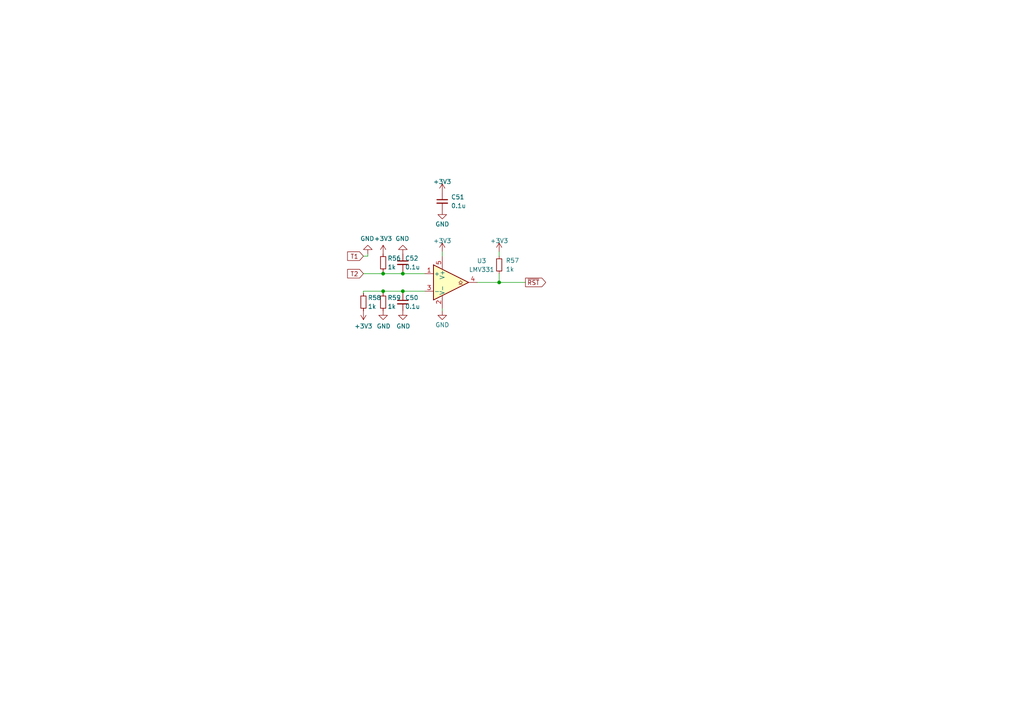
<source format=kicad_sch>
(kicad_sch (version 20231120) (generator "eeschema") (generator_version "8.0")
  (paper "A4")
  (lib_symbols
    (symbol "Comparator:LMV331" (pin_names (offset 0.127))
      (property "Reference" "U" (at 1.27 5.08 0))
      (property "Value" "LMV331" (at 3.81 -5.08 0))
      (symbol "LMV331_0_1"
        (polyline (pts (xy -5.08 5.08) (xy 5.08 0) (xy -5.08 -5.08) (xy -5.08 5.08)) (stroke (width 0.254)) (fill (type background)))
        (polyline (pts (xy 3.302 -0.508) (xy 2.794 -0.508) (xy 3.302 0) (xy 2.794 0.508) (xy 2.286 0) (xy 2.794 -0.508) (xy 2.286 -0.508)) (stroke (width 0.127)))
      )
      (symbol "LMV331_1_1"
        (pin input line (at -7.62 2.54 0) (length 2.54) (name "+") (number "1"))
        (pin power_in line (at -2.54 -7.62 90) (length 3.81) (name "V-") (number "2"))
        (pin input line (at -7.62 -2.54 0) (length 2.54) (name "-") (number "3"))
        (pin open_collector line (at 7.62 0 180) (length 2.54) (name "~") (number "4"))
        (pin power_in line (at -2.54 7.62 270) (length 3.81) (name "V+") (number "5"))
      )
    )
    (symbol "Device:C_Small" (pin_numbers hide) (pin_names (offset 0.254) hide)
      (property "Reference" "C" (at 0.254 1.778 0))
      (property "Value" "C_Small" (at 0.254 -2.032 0))
      (symbol "C_Small_0_1"
        (polyline (pts (xy -1.524 -0.508) (xy 1.524 -0.508)) (stroke (width 0.3302)))
        (polyline (pts (xy -1.524 0.508) (xy 1.524 0.508)) (stroke (width 0.3048)))
      )
      (symbol "C_Small_1_1"
        (pin passive line (at 0 2.54 270) (length 2.032) (name "~") (number "1"))
        (pin passive line (at 0 -2.54 90) (length 2.032) (name "~") (number "2"))
      )
    )
    (symbol "Device:R_Small" (pin_numbers hide) (pin_names (offset 0.254) hide)
      (property "Reference" "R" (at 0.762 0.508 0))
      (property "Value" "R_Small" (at 0.762 -1.016 0))
      (symbol "R_Small_0_1"
        (rectangle (start -0.762 1.778) (end 0.762 -1.778) (stroke (width 0.2032)))
      )
      (symbol "R_Small_1_1"
        (pin passive line (at 0 2.54 270) (length 0.762) (name "~") (number "1"))
        (pin passive line (at 0 -2.54 90) (length 0.762) (name "~") (number "2"))
      )
    )
    (symbol "power:+3.3V" (power) (pin_names (offset 0))
      (property "Value" "+3.3V" (at 0 3.556 0))
      (symbol "+3.3V_0_1"
        (polyline (pts (xy -0.762 1.27) (xy 0 2.54)))
        (polyline (pts (xy 0 0) (xy 0 2.54)))
        (polyline (pts (xy 0 2.54) (xy 0.762 1.27)))
      )
      (symbol "+3.3V_1_1"
        (pin power_in line (at 0 0 90) (length 0) hide (name "+3V3") (number "1"))
      )
    )
    (symbol "power:GND" (power) (pin_names (offset 0))
      (property "Value" "GND" (at 0 -3.81 0))
      (symbol "GND_0_1"
        (polyline (pts (xy 0 0) (xy 0 -1.27) (xy 1.27 -1.27) (xy 0 -2.54) (xy -1.27 -1.27) (xy 0 -1.27)))
      )
      (symbol "GND_1_1"
        (pin power_in line (at 0 0 270) (length 0) hide (name "GND") (number "1"))
      )
    )
  )
  (junction (at 111.125 84.455))
  (junction (at 116.84 84.455))
  (junction (at 111.125 79.375))
  (junction (at 116.84 79.375))
  (junction (at 144.78 81.915))
  (wire (pts (xy 111.125 84.455) (xy 116.84 84.455)))
  (wire (pts (xy 111.125 84.455) (xy 111.125 85.09)))
  (wire (pts (xy 138.43 81.915) (xy 144.78 81.915)))
  (wire (pts (xy 105.41 79.375) (xy 111.125 79.375)))
  (wire (pts (xy 128.27 90.17) (xy 128.27 89.535)))
  (wire (pts (xy 111.125 78.74) (xy 111.125 79.375)))
  (wire (pts (xy 116.84 84.455) (xy 123.19 84.455)))
  (wire (pts (xy 105.41 84.455) (xy 105.41 85.09)))
  (wire (pts (xy 128.27 73.025) (xy 128.27 74.295)))
  (wire (pts (xy 116.84 79.375) (xy 116.84 78.74)))
  (wire (pts (xy 105.41 84.455) (xy 111.125 84.455)))
  (wire (pts (xy 116.84 85.09) (xy 116.84 84.455)))
  (wire (pts (xy 123.19 79.375) (xy 116.84 79.375)))
  (wire (pts (xy 106.68 74.295) (xy 106.68 73.66)))
  (wire (pts (xy 105.41 74.295) (xy 106.68 74.295)))
  (wire (pts (xy 144.78 81.915) (xy 152.4 81.915)))
  (wire (pts (xy 111.125 79.375) (xy 116.84 79.375)))
  (wire (pts (xy 144.78 81.915) (xy 144.78 79.375)))
  (wire (pts (xy 144.78 74.295) (xy 144.78 73.025)))
  (global_label "T1" (shape input) (at 105.41 74.295 180) (property "Intersheetrefs" "${INTERSHEET_REFS}" (effects (hide yes))))
  (global_label "T2" (shape input) (at 105.41 79.375 180) (property "Intersheetrefs" "${INTERSHEET_REFS}" (effects (hide yes))))
  (global_label "~{RST}" (shape output) (at 152.4 81.915 0) (property "Intersheetrefs" "${INTERSHEET_REFS}" (effects (hide yes))))
  (symbol (lib_id "power:+3.3V") (at 111.125 73.66 0) (unit 1)
    (property "Reference" "#PWR061" (effects (hide yes)))
    (property "Value" "+3V3" (at 111.125 69.215 0))
  )
  (symbol (lib_id "Comparator:LMV331") (at 130.81 81.915 0) (unit 1)
    (property "Reference" "U3" (at 139.7 75.6555 0))
    (property "Value" "LMV331" (at 139.7 78.1955 0))
    (property "Datasheet" "http://www.ti.com/lit/ds/symlink/lmv331.pdf" (effects (hide yes)))
    (property "Description" "Single General-Purpose Low-Voltage Comparator, SOT-23-5/SC-70-5" (effects (hide yes)))
  )
  (symbol (lib_id "power:GND") (at 128.27 60.96 0) (unit 1)
    (property "Reference" "#PWR068" (effects (hide yes)))
    (property "Value" "GND" (at 126.238 65.024 0) (effects (justify left)))
  )
  (symbol (lib_id "power:GND") (at 116.84 73.66 180) (unit 1)
    (property "Reference" "#PWR071" (effects (hide yes)))
    (property "Value" "GND" (at 118.745 69.215 0) (effects (justify left)))
  )
  (symbol (lib_id "power:+3.3V") (at 128.27 73.025 0) (unit 1)
    (property "Reference" "#PWR066" (effects (hide yes)))
    (property "Value" "+3V3" (at 128.27 69.85 0))
  )
  (symbol (lib_id "power:+3.3V") (at 105.41 90.17 180) (unit 1)
    (property "Reference" "#PWR070" (effects (hide yes)))
    (property "Value" "+3V3" (at 105.41 94.615 0))
  )
  (symbol (lib_id "power:GND") (at 111.125 90.17 0) (unit 1)
    (property "Reference" "#PWR064" (effects (hide yes)))
    (property "Value" "GND" (at 109.22 94.615 0) (effects (justify left)))
  )
  (symbol (lib_id "Device:R_Small") (at 105.41 87.63 180) (unit 1)
    (property "Reference" "R58" (at 106.68 86.36 0) (effects (justify right)))
    (property "Value" "1k" (at 106.68 88.9 0) (effects (justify right)))
    (property "Footprint" "Resistor_SMD:R_0805_2012Metric_Pad1.20x1.40mm_HandSolder" (effects (hide yes)))
    (property "Description" "Resistor, small symbol" (effects (hide yes)))
  )
  (symbol (lib_id "power:+3.3V") (at 128.27 55.88 0) (unit 1)
    (property "Reference" "#PWR067" (effects (hide yes)))
    (property "Value" "+3V3" (at 128.27 52.705 0))
  )
  (symbol (lib_id "Device:R_Small") (at 111.125 76.2 0) (unit 1)
    (property "Reference" "R56" (at 112.395 74.93 0) (effects (justify left)))
    (property "Value" "1k" (at 112.395 77.47 0) (effects (justify left)))
    (property "Footprint" "Resistor_SMD:R_0805_2012Metric_Pad1.20x1.40mm_HandSolder" (effects (hide yes)))
    (property "Description" "Resistor, small symbol" (effects (hide yes)))
  )
  (symbol (lib_id "Device:C_Small") (at 116.84 87.63 0) (unit 1)
    (property "Reference" "C50" (at 117.475 86.36 0) (effects (justify left)))
    (property "Value" "0.1u" (at 117.475 88.9 0) (effects (justify left)))
    (property "Footprint" "Capacitor_SMD:C_0805_2012Metric_Pad1.18x1.45mm_HandSolder" (effects (hide yes)))
    (property "Description" "Unpolarized capacitor, small symbol" (effects (hide yes)))
  )
  (symbol (lib_id "Device:R_Small") (at 111.125 87.63 0) (unit 1)
    (property "Reference" "R59" (at 112.395 86.36 0) (effects (justify left)))
    (property "Value" "1k" (at 112.395 88.9 0) (effects (justify left)))
    (property "Footprint" "Resistor_SMD:R_0805_2012Metric_Pad1.20x1.40mm_HandSolder" (effects (hide yes)))
    (property "Description" "Resistor, small symbol" (effects (hide yes)))
  )
  (symbol (lib_id "power:GND") (at 128.27 90.17 0) (unit 1)
    (property "Reference" "#PWR065" (effects (hide yes)))
    (property "Value" "GND" (at 126.238 94.234 0) (effects (justify left)))
  )
  (symbol (lib_id "power:GND") (at 116.84 90.17 0) (unit 1)
    (property "Reference" "#PWR069" (effects (hide yes)))
    (property "Value" "GND" (at 114.935 94.615 0) (effects (justify left)))
  )
  (symbol (lib_id "power:+3.3V") (at 144.78 73.025 0) (unit 1)
    (property "Reference" "#PWR063" (effects (hide yes)))
    (property "Value" "+3V3" (at 144.78 69.85 0))
  )
  (symbol (lib_id "Device:R_Small") (at 144.78 76.835 0) (unit 1)
    (property "Reference" "R57" (at 146.685 75.565 0) (effects (justify left)))
    (property "Value" "1k" (at 146.685 78.105 0) (effects (justify left)))
    (property "Footprint" "Resistor_SMD:R_0805_2012Metric_Pad1.20x1.40mm_HandSolder" (effects (hide yes)))
    (property "Description" "Resistor, small symbol" (effects (hide yes)))
  )
  (symbol (lib_id "power:GND") (at 106.68 73.66 180) (unit 1)
    (property "Reference" "#PWR062" (effects (hide yes)))
    (property "Value" "GND" (at 108.585 69.215 0) (effects (justify left)))
  )
  (symbol (lib_id "Device:C_Small") (at 116.84 76.2 0) (unit 1)
    (property "Reference" "C52" (at 117.475 74.93 0) (effects (justify left)))
    (property "Value" "0.1u" (at 117.475 77.47 0) (effects (justify left)))
    (property "Footprint" "Capacitor_SMD:C_0805_2012Metric_Pad1.18x1.45mm_HandSolder" (effects (hide yes)))
    (property "Description" "Unpolarized capacitor, small symbol" (effects (hide yes)))
  )
  (symbol (lib_id "Device:C_Small") (at 128.27 58.42 0) (unit 1)
    (property "Reference" "C51" (at 130.81 57.1563 0) (effects (justify left)))
    (property "Value" "0.1u" (at 130.81 59.6963 0) (effects (justify left)))
    (property "Footprint" "Capacitor_SMD:C_0805_2012Metric_Pad1.18x1.45mm_HandSolder" (effects (hide yes)))
    (property "Description" "Unpolarized capacitor, small symbol" (effects (hide yes)))
  )
)
</source>
